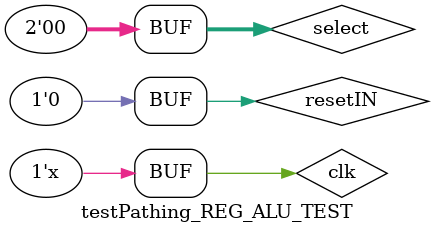
<source format=v>
`timescale 1ns / 1ps


module testPathing_REG_ALU_TEST;

	// Inputs
	reg clk;
	reg [1:0] select;
	reg resetIN;

	// Outputs
	wire [3:0] anDisplay;
	wire [7:0] outDisplay;

	// Instantiate the Unit Under Test (UUT)
	FPGA_REG_ALU_Display uut (
		.clk(clk), 
		.select(select), 
		.resetIN(resetIN), 
		.anDisplay(anDisplay), 
		.outDisplay(outDisplay)
	);

	initial begin
		// Initialize Inputs
		clk = 0;
		select = 0;
		resetIN = 1;
		#100
		resetIN=0;


	end
     always #1 clk =~clk; 
endmodule


</source>
